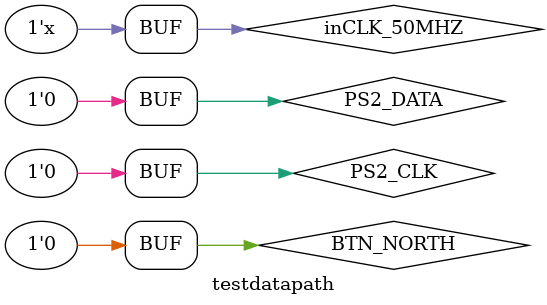
<source format=v>
`timescale 1ns / 1ps


module testdatapath;

	// Inputs
	reg BTN_NORTH;
	reg inCLK_50MHZ;
	reg PS2_CLK;
	reg PS2_DATA;

	// Outputs
	wire[2:0] color;
	wire hsync;
	wire vsync;
    wire [11:8] SF_D;
    wire LCD_E;
    wire LCD_RS;
    wire LCD_RW;

	// Instantiate the Unit Under Test (UUT)
	Top uut (
		.BTN_NORTH(BTN_NORTH), 
		.inCLK_50MHZ(inCLK_50MHZ), 
		.PS2_CLK(PS2_CLK), 
		.PS2_DATA(PS2_DATA),
		.color(color),
		.hsync(hsync),
		.vsync(vsync),
		.SF_D(SF_D),
		.LCD_E(LCD_E),
		.LCD_RS(LCD_RS),
		.LCD_RW(LCD_RW)
	);
	
	always begin
		#10;
		inCLK_50MHZ = ~inCLK_50MHZ;
	end

	initial begin
		// Initialize Inputs
		BTN_NORTH = 1;
		inCLK_50MHZ = 0;
		PS2_CLK = 0;
		PS2_DATA = 0;

		// Wait 100 ns for global reset to finish
		#100;
        
		// Add stimulus here
		
		// Hey, reset
		BTN_NORTH = 0;
		BTN_NORTH = 1;
		#50;
		
		// now start
		BTN_NORTH = 0;
		#50;

	end
      
endmodule


</source>
